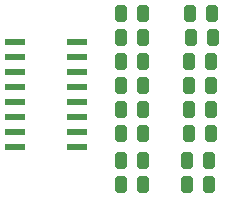
<source format=gbr>
G04 #@! TF.GenerationSoftware,KiCad,Pcbnew,(5.1.2)-2*
G04 #@! TF.CreationDate,2019-10-26T09:12:10-10:00*
G04 #@! TF.ProjectId,74HC595N_smd,37344843-3539-4354-9e5f-736d642e6b69,rev?*
G04 #@! TF.SameCoordinates,Original*
G04 #@! TF.FileFunction,Paste,Top*
G04 #@! TF.FilePolarity,Positive*
%FSLAX46Y46*%
G04 Gerber Fmt 4.6, Leading zero omitted, Abs format (unit mm)*
G04 Created by KiCad (PCBNEW (5.1.2)-2) date 2019-10-26 09:12:10*
%MOMM*%
%LPD*%
G04 APERTURE LIST*
%ADD10C,0.100000*%
%ADD11C,0.975000*%
%ADD12R,1.701800X0.533400*%
G04 APERTURE END LIST*
D10*
G36*
X105169642Y-44005174D02*
G01*
X105193303Y-44008684D01*
X105216507Y-44014496D01*
X105239029Y-44022554D01*
X105260653Y-44032782D01*
X105281170Y-44045079D01*
X105300383Y-44059329D01*
X105318107Y-44075393D01*
X105334171Y-44093117D01*
X105348421Y-44112330D01*
X105360718Y-44132847D01*
X105370946Y-44154471D01*
X105379004Y-44176993D01*
X105384816Y-44200197D01*
X105388326Y-44223858D01*
X105389500Y-44247750D01*
X105389500Y-45160250D01*
X105388326Y-45184142D01*
X105384816Y-45207803D01*
X105379004Y-45231007D01*
X105370946Y-45253529D01*
X105360718Y-45275153D01*
X105348421Y-45295670D01*
X105334171Y-45314883D01*
X105318107Y-45332607D01*
X105300383Y-45348671D01*
X105281170Y-45362921D01*
X105260653Y-45375218D01*
X105239029Y-45385446D01*
X105216507Y-45393504D01*
X105193303Y-45399316D01*
X105169642Y-45402826D01*
X105145750Y-45404000D01*
X104658250Y-45404000D01*
X104634358Y-45402826D01*
X104610697Y-45399316D01*
X104587493Y-45393504D01*
X104564971Y-45385446D01*
X104543347Y-45375218D01*
X104522830Y-45362921D01*
X104503617Y-45348671D01*
X104485893Y-45332607D01*
X104469829Y-45314883D01*
X104455579Y-45295670D01*
X104443282Y-45275153D01*
X104433054Y-45253529D01*
X104424996Y-45231007D01*
X104419184Y-45207803D01*
X104415674Y-45184142D01*
X104414500Y-45160250D01*
X104414500Y-44247750D01*
X104415674Y-44223858D01*
X104419184Y-44200197D01*
X104424996Y-44176993D01*
X104433054Y-44154471D01*
X104443282Y-44132847D01*
X104455579Y-44112330D01*
X104469829Y-44093117D01*
X104485893Y-44075393D01*
X104503617Y-44059329D01*
X104522830Y-44045079D01*
X104543347Y-44032782D01*
X104564971Y-44022554D01*
X104587493Y-44014496D01*
X104610697Y-44008684D01*
X104634358Y-44005174D01*
X104658250Y-44004000D01*
X105145750Y-44004000D01*
X105169642Y-44005174D01*
X105169642Y-44005174D01*
G37*
D11*
X104902000Y-44704000D03*
D10*
G36*
X107044642Y-44005174D02*
G01*
X107068303Y-44008684D01*
X107091507Y-44014496D01*
X107114029Y-44022554D01*
X107135653Y-44032782D01*
X107156170Y-44045079D01*
X107175383Y-44059329D01*
X107193107Y-44075393D01*
X107209171Y-44093117D01*
X107223421Y-44112330D01*
X107235718Y-44132847D01*
X107245946Y-44154471D01*
X107254004Y-44176993D01*
X107259816Y-44200197D01*
X107263326Y-44223858D01*
X107264500Y-44247750D01*
X107264500Y-45160250D01*
X107263326Y-45184142D01*
X107259816Y-45207803D01*
X107254004Y-45231007D01*
X107245946Y-45253529D01*
X107235718Y-45275153D01*
X107223421Y-45295670D01*
X107209171Y-45314883D01*
X107193107Y-45332607D01*
X107175383Y-45348671D01*
X107156170Y-45362921D01*
X107135653Y-45375218D01*
X107114029Y-45385446D01*
X107091507Y-45393504D01*
X107068303Y-45399316D01*
X107044642Y-45402826D01*
X107020750Y-45404000D01*
X106533250Y-45404000D01*
X106509358Y-45402826D01*
X106485697Y-45399316D01*
X106462493Y-45393504D01*
X106439971Y-45385446D01*
X106418347Y-45375218D01*
X106397830Y-45362921D01*
X106378617Y-45348671D01*
X106360893Y-45332607D01*
X106344829Y-45314883D01*
X106330579Y-45295670D01*
X106318282Y-45275153D01*
X106308054Y-45253529D01*
X106299996Y-45231007D01*
X106294184Y-45207803D01*
X106290674Y-45184142D01*
X106289500Y-45160250D01*
X106289500Y-44247750D01*
X106290674Y-44223858D01*
X106294184Y-44200197D01*
X106299996Y-44176993D01*
X106308054Y-44154471D01*
X106318282Y-44132847D01*
X106330579Y-44112330D01*
X106344829Y-44093117D01*
X106360893Y-44075393D01*
X106378617Y-44059329D01*
X106397830Y-44045079D01*
X106418347Y-44032782D01*
X106439971Y-44022554D01*
X106462493Y-44014496D01*
X106485697Y-44008684D01*
X106509358Y-44005174D01*
X106533250Y-44004000D01*
X107020750Y-44004000D01*
X107044642Y-44005174D01*
X107044642Y-44005174D01*
G37*
D11*
X106777000Y-44704000D03*
D10*
G36*
X107044642Y-41973174D02*
G01*
X107068303Y-41976684D01*
X107091507Y-41982496D01*
X107114029Y-41990554D01*
X107135653Y-42000782D01*
X107156170Y-42013079D01*
X107175383Y-42027329D01*
X107193107Y-42043393D01*
X107209171Y-42061117D01*
X107223421Y-42080330D01*
X107235718Y-42100847D01*
X107245946Y-42122471D01*
X107254004Y-42144993D01*
X107259816Y-42168197D01*
X107263326Y-42191858D01*
X107264500Y-42215750D01*
X107264500Y-43128250D01*
X107263326Y-43152142D01*
X107259816Y-43175803D01*
X107254004Y-43199007D01*
X107245946Y-43221529D01*
X107235718Y-43243153D01*
X107223421Y-43263670D01*
X107209171Y-43282883D01*
X107193107Y-43300607D01*
X107175383Y-43316671D01*
X107156170Y-43330921D01*
X107135653Y-43343218D01*
X107114029Y-43353446D01*
X107091507Y-43361504D01*
X107068303Y-43367316D01*
X107044642Y-43370826D01*
X107020750Y-43372000D01*
X106533250Y-43372000D01*
X106509358Y-43370826D01*
X106485697Y-43367316D01*
X106462493Y-43361504D01*
X106439971Y-43353446D01*
X106418347Y-43343218D01*
X106397830Y-43330921D01*
X106378617Y-43316671D01*
X106360893Y-43300607D01*
X106344829Y-43282883D01*
X106330579Y-43263670D01*
X106318282Y-43243153D01*
X106308054Y-43221529D01*
X106299996Y-43199007D01*
X106294184Y-43175803D01*
X106290674Y-43152142D01*
X106289500Y-43128250D01*
X106289500Y-42215750D01*
X106290674Y-42191858D01*
X106294184Y-42168197D01*
X106299996Y-42144993D01*
X106308054Y-42122471D01*
X106318282Y-42100847D01*
X106330579Y-42080330D01*
X106344829Y-42061117D01*
X106360893Y-42043393D01*
X106378617Y-42027329D01*
X106397830Y-42013079D01*
X106418347Y-42000782D01*
X106439971Y-41990554D01*
X106462493Y-41982496D01*
X106485697Y-41976684D01*
X106509358Y-41973174D01*
X106533250Y-41972000D01*
X107020750Y-41972000D01*
X107044642Y-41973174D01*
X107044642Y-41973174D01*
G37*
D11*
X106777000Y-42672000D03*
D10*
G36*
X105169642Y-41973174D02*
G01*
X105193303Y-41976684D01*
X105216507Y-41982496D01*
X105239029Y-41990554D01*
X105260653Y-42000782D01*
X105281170Y-42013079D01*
X105300383Y-42027329D01*
X105318107Y-42043393D01*
X105334171Y-42061117D01*
X105348421Y-42080330D01*
X105360718Y-42100847D01*
X105370946Y-42122471D01*
X105379004Y-42144993D01*
X105384816Y-42168197D01*
X105388326Y-42191858D01*
X105389500Y-42215750D01*
X105389500Y-43128250D01*
X105388326Y-43152142D01*
X105384816Y-43175803D01*
X105379004Y-43199007D01*
X105370946Y-43221529D01*
X105360718Y-43243153D01*
X105348421Y-43263670D01*
X105334171Y-43282883D01*
X105318107Y-43300607D01*
X105300383Y-43316671D01*
X105281170Y-43330921D01*
X105260653Y-43343218D01*
X105239029Y-43353446D01*
X105216507Y-43361504D01*
X105193303Y-43367316D01*
X105169642Y-43370826D01*
X105145750Y-43372000D01*
X104658250Y-43372000D01*
X104634358Y-43370826D01*
X104610697Y-43367316D01*
X104587493Y-43361504D01*
X104564971Y-43353446D01*
X104543347Y-43343218D01*
X104522830Y-43330921D01*
X104503617Y-43316671D01*
X104485893Y-43300607D01*
X104469829Y-43282883D01*
X104455579Y-43263670D01*
X104443282Y-43243153D01*
X104433054Y-43221529D01*
X104424996Y-43199007D01*
X104419184Y-43175803D01*
X104415674Y-43152142D01*
X104414500Y-43128250D01*
X104414500Y-42215750D01*
X104415674Y-42191858D01*
X104419184Y-42168197D01*
X104424996Y-42144993D01*
X104433054Y-42122471D01*
X104443282Y-42100847D01*
X104455579Y-42080330D01*
X104469829Y-42061117D01*
X104485893Y-42043393D01*
X104503617Y-42027329D01*
X104522830Y-42013079D01*
X104543347Y-42000782D01*
X104564971Y-41990554D01*
X104587493Y-41982496D01*
X104610697Y-41976684D01*
X104634358Y-41973174D01*
X104658250Y-41972000D01*
X105145750Y-41972000D01*
X105169642Y-41973174D01*
X105169642Y-41973174D01*
G37*
D11*
X104902000Y-42672000D03*
D10*
G36*
X105326642Y-39687174D02*
G01*
X105350303Y-39690684D01*
X105373507Y-39696496D01*
X105396029Y-39704554D01*
X105417653Y-39714782D01*
X105438170Y-39727079D01*
X105457383Y-39741329D01*
X105475107Y-39757393D01*
X105491171Y-39775117D01*
X105505421Y-39794330D01*
X105517718Y-39814847D01*
X105527946Y-39836471D01*
X105536004Y-39858993D01*
X105541816Y-39882197D01*
X105545326Y-39905858D01*
X105546500Y-39929750D01*
X105546500Y-40842250D01*
X105545326Y-40866142D01*
X105541816Y-40889803D01*
X105536004Y-40913007D01*
X105527946Y-40935529D01*
X105517718Y-40957153D01*
X105505421Y-40977670D01*
X105491171Y-40996883D01*
X105475107Y-41014607D01*
X105457383Y-41030671D01*
X105438170Y-41044921D01*
X105417653Y-41057218D01*
X105396029Y-41067446D01*
X105373507Y-41075504D01*
X105350303Y-41081316D01*
X105326642Y-41084826D01*
X105302750Y-41086000D01*
X104815250Y-41086000D01*
X104791358Y-41084826D01*
X104767697Y-41081316D01*
X104744493Y-41075504D01*
X104721971Y-41067446D01*
X104700347Y-41057218D01*
X104679830Y-41044921D01*
X104660617Y-41030671D01*
X104642893Y-41014607D01*
X104626829Y-40996883D01*
X104612579Y-40977670D01*
X104600282Y-40957153D01*
X104590054Y-40935529D01*
X104581996Y-40913007D01*
X104576184Y-40889803D01*
X104572674Y-40866142D01*
X104571500Y-40842250D01*
X104571500Y-39929750D01*
X104572674Y-39905858D01*
X104576184Y-39882197D01*
X104581996Y-39858993D01*
X104590054Y-39836471D01*
X104600282Y-39814847D01*
X104612579Y-39794330D01*
X104626829Y-39775117D01*
X104642893Y-39757393D01*
X104660617Y-39741329D01*
X104679830Y-39727079D01*
X104700347Y-39714782D01*
X104721971Y-39704554D01*
X104744493Y-39696496D01*
X104767697Y-39690684D01*
X104791358Y-39687174D01*
X104815250Y-39686000D01*
X105302750Y-39686000D01*
X105326642Y-39687174D01*
X105326642Y-39687174D01*
G37*
D11*
X105059000Y-40386000D03*
D10*
G36*
X107201642Y-39687174D02*
G01*
X107225303Y-39690684D01*
X107248507Y-39696496D01*
X107271029Y-39704554D01*
X107292653Y-39714782D01*
X107313170Y-39727079D01*
X107332383Y-39741329D01*
X107350107Y-39757393D01*
X107366171Y-39775117D01*
X107380421Y-39794330D01*
X107392718Y-39814847D01*
X107402946Y-39836471D01*
X107411004Y-39858993D01*
X107416816Y-39882197D01*
X107420326Y-39905858D01*
X107421500Y-39929750D01*
X107421500Y-40842250D01*
X107420326Y-40866142D01*
X107416816Y-40889803D01*
X107411004Y-40913007D01*
X107402946Y-40935529D01*
X107392718Y-40957153D01*
X107380421Y-40977670D01*
X107366171Y-40996883D01*
X107350107Y-41014607D01*
X107332383Y-41030671D01*
X107313170Y-41044921D01*
X107292653Y-41057218D01*
X107271029Y-41067446D01*
X107248507Y-41075504D01*
X107225303Y-41081316D01*
X107201642Y-41084826D01*
X107177750Y-41086000D01*
X106690250Y-41086000D01*
X106666358Y-41084826D01*
X106642697Y-41081316D01*
X106619493Y-41075504D01*
X106596971Y-41067446D01*
X106575347Y-41057218D01*
X106554830Y-41044921D01*
X106535617Y-41030671D01*
X106517893Y-41014607D01*
X106501829Y-40996883D01*
X106487579Y-40977670D01*
X106475282Y-40957153D01*
X106465054Y-40935529D01*
X106456996Y-40913007D01*
X106451184Y-40889803D01*
X106447674Y-40866142D01*
X106446500Y-40842250D01*
X106446500Y-39929750D01*
X106447674Y-39905858D01*
X106451184Y-39882197D01*
X106456996Y-39858993D01*
X106465054Y-39836471D01*
X106475282Y-39814847D01*
X106487579Y-39794330D01*
X106501829Y-39775117D01*
X106517893Y-39757393D01*
X106535617Y-39741329D01*
X106554830Y-39727079D01*
X106575347Y-39714782D01*
X106596971Y-39704554D01*
X106619493Y-39696496D01*
X106642697Y-39690684D01*
X106666358Y-39687174D01*
X106690250Y-39686000D01*
X107177750Y-39686000D01*
X107201642Y-39687174D01*
X107201642Y-39687174D01*
G37*
D11*
X106934000Y-40386000D03*
D10*
G36*
X107201642Y-37655174D02*
G01*
X107225303Y-37658684D01*
X107248507Y-37664496D01*
X107271029Y-37672554D01*
X107292653Y-37682782D01*
X107313170Y-37695079D01*
X107332383Y-37709329D01*
X107350107Y-37725393D01*
X107366171Y-37743117D01*
X107380421Y-37762330D01*
X107392718Y-37782847D01*
X107402946Y-37804471D01*
X107411004Y-37826993D01*
X107416816Y-37850197D01*
X107420326Y-37873858D01*
X107421500Y-37897750D01*
X107421500Y-38810250D01*
X107420326Y-38834142D01*
X107416816Y-38857803D01*
X107411004Y-38881007D01*
X107402946Y-38903529D01*
X107392718Y-38925153D01*
X107380421Y-38945670D01*
X107366171Y-38964883D01*
X107350107Y-38982607D01*
X107332383Y-38998671D01*
X107313170Y-39012921D01*
X107292653Y-39025218D01*
X107271029Y-39035446D01*
X107248507Y-39043504D01*
X107225303Y-39049316D01*
X107201642Y-39052826D01*
X107177750Y-39054000D01*
X106690250Y-39054000D01*
X106666358Y-39052826D01*
X106642697Y-39049316D01*
X106619493Y-39043504D01*
X106596971Y-39035446D01*
X106575347Y-39025218D01*
X106554830Y-39012921D01*
X106535617Y-38998671D01*
X106517893Y-38982607D01*
X106501829Y-38964883D01*
X106487579Y-38945670D01*
X106475282Y-38925153D01*
X106465054Y-38903529D01*
X106456996Y-38881007D01*
X106451184Y-38857803D01*
X106447674Y-38834142D01*
X106446500Y-38810250D01*
X106446500Y-37897750D01*
X106447674Y-37873858D01*
X106451184Y-37850197D01*
X106456996Y-37826993D01*
X106465054Y-37804471D01*
X106475282Y-37782847D01*
X106487579Y-37762330D01*
X106501829Y-37743117D01*
X106517893Y-37725393D01*
X106535617Y-37709329D01*
X106554830Y-37695079D01*
X106575347Y-37682782D01*
X106596971Y-37672554D01*
X106619493Y-37664496D01*
X106642697Y-37658684D01*
X106666358Y-37655174D01*
X106690250Y-37654000D01*
X107177750Y-37654000D01*
X107201642Y-37655174D01*
X107201642Y-37655174D01*
G37*
D11*
X106934000Y-38354000D03*
D10*
G36*
X105326642Y-37655174D02*
G01*
X105350303Y-37658684D01*
X105373507Y-37664496D01*
X105396029Y-37672554D01*
X105417653Y-37682782D01*
X105438170Y-37695079D01*
X105457383Y-37709329D01*
X105475107Y-37725393D01*
X105491171Y-37743117D01*
X105505421Y-37762330D01*
X105517718Y-37782847D01*
X105527946Y-37804471D01*
X105536004Y-37826993D01*
X105541816Y-37850197D01*
X105545326Y-37873858D01*
X105546500Y-37897750D01*
X105546500Y-38810250D01*
X105545326Y-38834142D01*
X105541816Y-38857803D01*
X105536004Y-38881007D01*
X105527946Y-38903529D01*
X105517718Y-38925153D01*
X105505421Y-38945670D01*
X105491171Y-38964883D01*
X105475107Y-38982607D01*
X105457383Y-38998671D01*
X105438170Y-39012921D01*
X105417653Y-39025218D01*
X105396029Y-39035446D01*
X105373507Y-39043504D01*
X105350303Y-39049316D01*
X105326642Y-39052826D01*
X105302750Y-39054000D01*
X104815250Y-39054000D01*
X104791358Y-39052826D01*
X104767697Y-39049316D01*
X104744493Y-39043504D01*
X104721971Y-39035446D01*
X104700347Y-39025218D01*
X104679830Y-39012921D01*
X104660617Y-38998671D01*
X104642893Y-38982607D01*
X104626829Y-38964883D01*
X104612579Y-38945670D01*
X104600282Y-38925153D01*
X104590054Y-38903529D01*
X104581996Y-38881007D01*
X104576184Y-38857803D01*
X104572674Y-38834142D01*
X104571500Y-38810250D01*
X104571500Y-37897750D01*
X104572674Y-37873858D01*
X104576184Y-37850197D01*
X104581996Y-37826993D01*
X104590054Y-37804471D01*
X104600282Y-37782847D01*
X104612579Y-37762330D01*
X104626829Y-37743117D01*
X104642893Y-37725393D01*
X104660617Y-37709329D01*
X104679830Y-37695079D01*
X104700347Y-37682782D01*
X104721971Y-37672554D01*
X104744493Y-37664496D01*
X104767697Y-37658684D01*
X104791358Y-37655174D01*
X104815250Y-37654000D01*
X105302750Y-37654000D01*
X105326642Y-37655174D01*
X105326642Y-37655174D01*
G37*
D11*
X105059000Y-38354000D03*
D10*
G36*
X105326642Y-35623174D02*
G01*
X105350303Y-35626684D01*
X105373507Y-35632496D01*
X105396029Y-35640554D01*
X105417653Y-35650782D01*
X105438170Y-35663079D01*
X105457383Y-35677329D01*
X105475107Y-35693393D01*
X105491171Y-35711117D01*
X105505421Y-35730330D01*
X105517718Y-35750847D01*
X105527946Y-35772471D01*
X105536004Y-35794993D01*
X105541816Y-35818197D01*
X105545326Y-35841858D01*
X105546500Y-35865750D01*
X105546500Y-36778250D01*
X105545326Y-36802142D01*
X105541816Y-36825803D01*
X105536004Y-36849007D01*
X105527946Y-36871529D01*
X105517718Y-36893153D01*
X105505421Y-36913670D01*
X105491171Y-36932883D01*
X105475107Y-36950607D01*
X105457383Y-36966671D01*
X105438170Y-36980921D01*
X105417653Y-36993218D01*
X105396029Y-37003446D01*
X105373507Y-37011504D01*
X105350303Y-37017316D01*
X105326642Y-37020826D01*
X105302750Y-37022000D01*
X104815250Y-37022000D01*
X104791358Y-37020826D01*
X104767697Y-37017316D01*
X104744493Y-37011504D01*
X104721971Y-37003446D01*
X104700347Y-36993218D01*
X104679830Y-36980921D01*
X104660617Y-36966671D01*
X104642893Y-36950607D01*
X104626829Y-36932883D01*
X104612579Y-36913670D01*
X104600282Y-36893153D01*
X104590054Y-36871529D01*
X104581996Y-36849007D01*
X104576184Y-36825803D01*
X104572674Y-36802142D01*
X104571500Y-36778250D01*
X104571500Y-35865750D01*
X104572674Y-35841858D01*
X104576184Y-35818197D01*
X104581996Y-35794993D01*
X104590054Y-35772471D01*
X104600282Y-35750847D01*
X104612579Y-35730330D01*
X104626829Y-35711117D01*
X104642893Y-35693393D01*
X104660617Y-35677329D01*
X104679830Y-35663079D01*
X104700347Y-35650782D01*
X104721971Y-35640554D01*
X104744493Y-35632496D01*
X104767697Y-35626684D01*
X104791358Y-35623174D01*
X104815250Y-35622000D01*
X105302750Y-35622000D01*
X105326642Y-35623174D01*
X105326642Y-35623174D01*
G37*
D11*
X105059000Y-36322000D03*
D10*
G36*
X107201642Y-35623174D02*
G01*
X107225303Y-35626684D01*
X107248507Y-35632496D01*
X107271029Y-35640554D01*
X107292653Y-35650782D01*
X107313170Y-35663079D01*
X107332383Y-35677329D01*
X107350107Y-35693393D01*
X107366171Y-35711117D01*
X107380421Y-35730330D01*
X107392718Y-35750847D01*
X107402946Y-35772471D01*
X107411004Y-35794993D01*
X107416816Y-35818197D01*
X107420326Y-35841858D01*
X107421500Y-35865750D01*
X107421500Y-36778250D01*
X107420326Y-36802142D01*
X107416816Y-36825803D01*
X107411004Y-36849007D01*
X107402946Y-36871529D01*
X107392718Y-36893153D01*
X107380421Y-36913670D01*
X107366171Y-36932883D01*
X107350107Y-36950607D01*
X107332383Y-36966671D01*
X107313170Y-36980921D01*
X107292653Y-36993218D01*
X107271029Y-37003446D01*
X107248507Y-37011504D01*
X107225303Y-37017316D01*
X107201642Y-37020826D01*
X107177750Y-37022000D01*
X106690250Y-37022000D01*
X106666358Y-37020826D01*
X106642697Y-37017316D01*
X106619493Y-37011504D01*
X106596971Y-37003446D01*
X106575347Y-36993218D01*
X106554830Y-36980921D01*
X106535617Y-36966671D01*
X106517893Y-36950607D01*
X106501829Y-36932883D01*
X106487579Y-36913670D01*
X106475282Y-36893153D01*
X106465054Y-36871529D01*
X106456996Y-36849007D01*
X106451184Y-36825803D01*
X106447674Y-36802142D01*
X106446500Y-36778250D01*
X106446500Y-35865750D01*
X106447674Y-35841858D01*
X106451184Y-35818197D01*
X106456996Y-35794993D01*
X106465054Y-35772471D01*
X106475282Y-35750847D01*
X106487579Y-35730330D01*
X106501829Y-35711117D01*
X106517893Y-35693393D01*
X106535617Y-35677329D01*
X106554830Y-35663079D01*
X106575347Y-35650782D01*
X106596971Y-35640554D01*
X106619493Y-35632496D01*
X106642697Y-35626684D01*
X106666358Y-35623174D01*
X106690250Y-35622000D01*
X107177750Y-35622000D01*
X107201642Y-35623174D01*
X107201642Y-35623174D01*
G37*
D11*
X106934000Y-36322000D03*
D10*
G36*
X107201642Y-33591174D02*
G01*
X107225303Y-33594684D01*
X107248507Y-33600496D01*
X107271029Y-33608554D01*
X107292653Y-33618782D01*
X107313170Y-33631079D01*
X107332383Y-33645329D01*
X107350107Y-33661393D01*
X107366171Y-33679117D01*
X107380421Y-33698330D01*
X107392718Y-33718847D01*
X107402946Y-33740471D01*
X107411004Y-33762993D01*
X107416816Y-33786197D01*
X107420326Y-33809858D01*
X107421500Y-33833750D01*
X107421500Y-34746250D01*
X107420326Y-34770142D01*
X107416816Y-34793803D01*
X107411004Y-34817007D01*
X107402946Y-34839529D01*
X107392718Y-34861153D01*
X107380421Y-34881670D01*
X107366171Y-34900883D01*
X107350107Y-34918607D01*
X107332383Y-34934671D01*
X107313170Y-34948921D01*
X107292653Y-34961218D01*
X107271029Y-34971446D01*
X107248507Y-34979504D01*
X107225303Y-34985316D01*
X107201642Y-34988826D01*
X107177750Y-34990000D01*
X106690250Y-34990000D01*
X106666358Y-34988826D01*
X106642697Y-34985316D01*
X106619493Y-34979504D01*
X106596971Y-34971446D01*
X106575347Y-34961218D01*
X106554830Y-34948921D01*
X106535617Y-34934671D01*
X106517893Y-34918607D01*
X106501829Y-34900883D01*
X106487579Y-34881670D01*
X106475282Y-34861153D01*
X106465054Y-34839529D01*
X106456996Y-34817007D01*
X106451184Y-34793803D01*
X106447674Y-34770142D01*
X106446500Y-34746250D01*
X106446500Y-33833750D01*
X106447674Y-33809858D01*
X106451184Y-33786197D01*
X106456996Y-33762993D01*
X106465054Y-33740471D01*
X106475282Y-33718847D01*
X106487579Y-33698330D01*
X106501829Y-33679117D01*
X106517893Y-33661393D01*
X106535617Y-33645329D01*
X106554830Y-33631079D01*
X106575347Y-33618782D01*
X106596971Y-33608554D01*
X106619493Y-33600496D01*
X106642697Y-33594684D01*
X106666358Y-33591174D01*
X106690250Y-33590000D01*
X107177750Y-33590000D01*
X107201642Y-33591174D01*
X107201642Y-33591174D01*
G37*
D11*
X106934000Y-34290000D03*
D10*
G36*
X105326642Y-33591174D02*
G01*
X105350303Y-33594684D01*
X105373507Y-33600496D01*
X105396029Y-33608554D01*
X105417653Y-33618782D01*
X105438170Y-33631079D01*
X105457383Y-33645329D01*
X105475107Y-33661393D01*
X105491171Y-33679117D01*
X105505421Y-33698330D01*
X105517718Y-33718847D01*
X105527946Y-33740471D01*
X105536004Y-33762993D01*
X105541816Y-33786197D01*
X105545326Y-33809858D01*
X105546500Y-33833750D01*
X105546500Y-34746250D01*
X105545326Y-34770142D01*
X105541816Y-34793803D01*
X105536004Y-34817007D01*
X105527946Y-34839529D01*
X105517718Y-34861153D01*
X105505421Y-34881670D01*
X105491171Y-34900883D01*
X105475107Y-34918607D01*
X105457383Y-34934671D01*
X105438170Y-34948921D01*
X105417653Y-34961218D01*
X105396029Y-34971446D01*
X105373507Y-34979504D01*
X105350303Y-34985316D01*
X105326642Y-34988826D01*
X105302750Y-34990000D01*
X104815250Y-34990000D01*
X104791358Y-34988826D01*
X104767697Y-34985316D01*
X104744493Y-34979504D01*
X104721971Y-34971446D01*
X104700347Y-34961218D01*
X104679830Y-34948921D01*
X104660617Y-34934671D01*
X104642893Y-34918607D01*
X104626829Y-34900883D01*
X104612579Y-34881670D01*
X104600282Y-34861153D01*
X104590054Y-34839529D01*
X104581996Y-34817007D01*
X104576184Y-34793803D01*
X104572674Y-34770142D01*
X104571500Y-34746250D01*
X104571500Y-33833750D01*
X104572674Y-33809858D01*
X104576184Y-33786197D01*
X104581996Y-33762993D01*
X104590054Y-33740471D01*
X104600282Y-33718847D01*
X104612579Y-33698330D01*
X104626829Y-33679117D01*
X104642893Y-33661393D01*
X104660617Y-33645329D01*
X104679830Y-33631079D01*
X104700347Y-33618782D01*
X104721971Y-33608554D01*
X104744493Y-33600496D01*
X104767697Y-33594684D01*
X104791358Y-33591174D01*
X104815250Y-33590000D01*
X105302750Y-33590000D01*
X105326642Y-33591174D01*
X105326642Y-33591174D01*
G37*
D11*
X105059000Y-34290000D03*
D10*
G36*
X105502142Y-31559174D02*
G01*
X105525803Y-31562684D01*
X105549007Y-31568496D01*
X105571529Y-31576554D01*
X105593153Y-31586782D01*
X105613670Y-31599079D01*
X105632883Y-31613329D01*
X105650607Y-31629393D01*
X105666671Y-31647117D01*
X105680921Y-31666330D01*
X105693218Y-31686847D01*
X105703446Y-31708471D01*
X105711504Y-31730993D01*
X105717316Y-31754197D01*
X105720826Y-31777858D01*
X105722000Y-31801750D01*
X105722000Y-32714250D01*
X105720826Y-32738142D01*
X105717316Y-32761803D01*
X105711504Y-32785007D01*
X105703446Y-32807529D01*
X105693218Y-32829153D01*
X105680921Y-32849670D01*
X105666671Y-32868883D01*
X105650607Y-32886607D01*
X105632883Y-32902671D01*
X105613670Y-32916921D01*
X105593153Y-32929218D01*
X105571529Y-32939446D01*
X105549007Y-32947504D01*
X105525803Y-32953316D01*
X105502142Y-32956826D01*
X105478250Y-32958000D01*
X104990750Y-32958000D01*
X104966858Y-32956826D01*
X104943197Y-32953316D01*
X104919993Y-32947504D01*
X104897471Y-32939446D01*
X104875847Y-32929218D01*
X104855330Y-32916921D01*
X104836117Y-32902671D01*
X104818393Y-32886607D01*
X104802329Y-32868883D01*
X104788079Y-32849670D01*
X104775782Y-32829153D01*
X104765554Y-32807529D01*
X104757496Y-32785007D01*
X104751684Y-32761803D01*
X104748174Y-32738142D01*
X104747000Y-32714250D01*
X104747000Y-31801750D01*
X104748174Y-31777858D01*
X104751684Y-31754197D01*
X104757496Y-31730993D01*
X104765554Y-31708471D01*
X104775782Y-31686847D01*
X104788079Y-31666330D01*
X104802329Y-31647117D01*
X104818393Y-31629393D01*
X104836117Y-31613329D01*
X104855330Y-31599079D01*
X104875847Y-31586782D01*
X104897471Y-31576554D01*
X104919993Y-31568496D01*
X104943197Y-31562684D01*
X104966858Y-31559174D01*
X104990750Y-31558000D01*
X105478250Y-31558000D01*
X105502142Y-31559174D01*
X105502142Y-31559174D01*
G37*
D11*
X105234500Y-32258000D03*
D10*
G36*
X107377142Y-31559174D02*
G01*
X107400803Y-31562684D01*
X107424007Y-31568496D01*
X107446529Y-31576554D01*
X107468153Y-31586782D01*
X107488670Y-31599079D01*
X107507883Y-31613329D01*
X107525607Y-31629393D01*
X107541671Y-31647117D01*
X107555921Y-31666330D01*
X107568218Y-31686847D01*
X107578446Y-31708471D01*
X107586504Y-31730993D01*
X107592316Y-31754197D01*
X107595826Y-31777858D01*
X107597000Y-31801750D01*
X107597000Y-32714250D01*
X107595826Y-32738142D01*
X107592316Y-32761803D01*
X107586504Y-32785007D01*
X107578446Y-32807529D01*
X107568218Y-32829153D01*
X107555921Y-32849670D01*
X107541671Y-32868883D01*
X107525607Y-32886607D01*
X107507883Y-32902671D01*
X107488670Y-32916921D01*
X107468153Y-32929218D01*
X107446529Y-32939446D01*
X107424007Y-32947504D01*
X107400803Y-32953316D01*
X107377142Y-32956826D01*
X107353250Y-32958000D01*
X106865750Y-32958000D01*
X106841858Y-32956826D01*
X106818197Y-32953316D01*
X106794993Y-32947504D01*
X106772471Y-32939446D01*
X106750847Y-32929218D01*
X106730330Y-32916921D01*
X106711117Y-32902671D01*
X106693393Y-32886607D01*
X106677329Y-32868883D01*
X106663079Y-32849670D01*
X106650782Y-32829153D01*
X106640554Y-32807529D01*
X106632496Y-32785007D01*
X106626684Y-32761803D01*
X106623174Y-32738142D01*
X106622000Y-32714250D01*
X106622000Y-31801750D01*
X106623174Y-31777858D01*
X106626684Y-31754197D01*
X106632496Y-31730993D01*
X106640554Y-31708471D01*
X106650782Y-31686847D01*
X106663079Y-31666330D01*
X106677329Y-31647117D01*
X106693393Y-31629393D01*
X106711117Y-31613329D01*
X106730330Y-31599079D01*
X106750847Y-31586782D01*
X106772471Y-31576554D01*
X106794993Y-31568496D01*
X106818197Y-31562684D01*
X106841858Y-31559174D01*
X106865750Y-31558000D01*
X107353250Y-31558000D01*
X107377142Y-31559174D01*
X107377142Y-31559174D01*
G37*
D11*
X107109500Y-32258000D03*
D10*
G36*
X107298642Y-29527174D02*
G01*
X107322303Y-29530684D01*
X107345507Y-29536496D01*
X107368029Y-29544554D01*
X107389653Y-29554782D01*
X107410170Y-29567079D01*
X107429383Y-29581329D01*
X107447107Y-29597393D01*
X107463171Y-29615117D01*
X107477421Y-29634330D01*
X107489718Y-29654847D01*
X107499946Y-29676471D01*
X107508004Y-29698993D01*
X107513816Y-29722197D01*
X107517326Y-29745858D01*
X107518500Y-29769750D01*
X107518500Y-30682250D01*
X107517326Y-30706142D01*
X107513816Y-30729803D01*
X107508004Y-30753007D01*
X107499946Y-30775529D01*
X107489718Y-30797153D01*
X107477421Y-30817670D01*
X107463171Y-30836883D01*
X107447107Y-30854607D01*
X107429383Y-30870671D01*
X107410170Y-30884921D01*
X107389653Y-30897218D01*
X107368029Y-30907446D01*
X107345507Y-30915504D01*
X107322303Y-30921316D01*
X107298642Y-30924826D01*
X107274750Y-30926000D01*
X106787250Y-30926000D01*
X106763358Y-30924826D01*
X106739697Y-30921316D01*
X106716493Y-30915504D01*
X106693971Y-30907446D01*
X106672347Y-30897218D01*
X106651830Y-30884921D01*
X106632617Y-30870671D01*
X106614893Y-30854607D01*
X106598829Y-30836883D01*
X106584579Y-30817670D01*
X106572282Y-30797153D01*
X106562054Y-30775529D01*
X106553996Y-30753007D01*
X106548184Y-30729803D01*
X106544674Y-30706142D01*
X106543500Y-30682250D01*
X106543500Y-29769750D01*
X106544674Y-29745858D01*
X106548184Y-29722197D01*
X106553996Y-29698993D01*
X106562054Y-29676471D01*
X106572282Y-29654847D01*
X106584579Y-29634330D01*
X106598829Y-29615117D01*
X106614893Y-29597393D01*
X106632617Y-29581329D01*
X106651830Y-29567079D01*
X106672347Y-29554782D01*
X106693971Y-29544554D01*
X106716493Y-29536496D01*
X106739697Y-29530684D01*
X106763358Y-29527174D01*
X106787250Y-29526000D01*
X107274750Y-29526000D01*
X107298642Y-29527174D01*
X107298642Y-29527174D01*
G37*
D11*
X107031000Y-30226000D03*
D10*
G36*
X105423642Y-29527174D02*
G01*
X105447303Y-29530684D01*
X105470507Y-29536496D01*
X105493029Y-29544554D01*
X105514653Y-29554782D01*
X105535170Y-29567079D01*
X105554383Y-29581329D01*
X105572107Y-29597393D01*
X105588171Y-29615117D01*
X105602421Y-29634330D01*
X105614718Y-29654847D01*
X105624946Y-29676471D01*
X105633004Y-29698993D01*
X105638816Y-29722197D01*
X105642326Y-29745858D01*
X105643500Y-29769750D01*
X105643500Y-30682250D01*
X105642326Y-30706142D01*
X105638816Y-30729803D01*
X105633004Y-30753007D01*
X105624946Y-30775529D01*
X105614718Y-30797153D01*
X105602421Y-30817670D01*
X105588171Y-30836883D01*
X105572107Y-30854607D01*
X105554383Y-30870671D01*
X105535170Y-30884921D01*
X105514653Y-30897218D01*
X105493029Y-30907446D01*
X105470507Y-30915504D01*
X105447303Y-30921316D01*
X105423642Y-30924826D01*
X105399750Y-30926000D01*
X104912250Y-30926000D01*
X104888358Y-30924826D01*
X104864697Y-30921316D01*
X104841493Y-30915504D01*
X104818971Y-30907446D01*
X104797347Y-30897218D01*
X104776830Y-30884921D01*
X104757617Y-30870671D01*
X104739893Y-30854607D01*
X104723829Y-30836883D01*
X104709579Y-30817670D01*
X104697282Y-30797153D01*
X104687054Y-30775529D01*
X104678996Y-30753007D01*
X104673184Y-30729803D01*
X104669674Y-30706142D01*
X104668500Y-30682250D01*
X104668500Y-29769750D01*
X104669674Y-29745858D01*
X104673184Y-29722197D01*
X104678996Y-29698993D01*
X104687054Y-29676471D01*
X104697282Y-29654847D01*
X104709579Y-29634330D01*
X104723829Y-29615117D01*
X104739893Y-29597393D01*
X104757617Y-29581329D01*
X104776830Y-29567079D01*
X104797347Y-29554782D01*
X104818971Y-29544554D01*
X104841493Y-29536496D01*
X104864697Y-29530684D01*
X104888358Y-29527174D01*
X104912250Y-29526000D01*
X105399750Y-29526000D01*
X105423642Y-29527174D01*
X105423642Y-29527174D01*
G37*
D11*
X105156000Y-30226000D03*
D10*
G36*
X101456642Y-44005174D02*
G01*
X101480303Y-44008684D01*
X101503507Y-44014496D01*
X101526029Y-44022554D01*
X101547653Y-44032782D01*
X101568170Y-44045079D01*
X101587383Y-44059329D01*
X101605107Y-44075393D01*
X101621171Y-44093117D01*
X101635421Y-44112330D01*
X101647718Y-44132847D01*
X101657946Y-44154471D01*
X101666004Y-44176993D01*
X101671816Y-44200197D01*
X101675326Y-44223858D01*
X101676500Y-44247750D01*
X101676500Y-45160250D01*
X101675326Y-45184142D01*
X101671816Y-45207803D01*
X101666004Y-45231007D01*
X101657946Y-45253529D01*
X101647718Y-45275153D01*
X101635421Y-45295670D01*
X101621171Y-45314883D01*
X101605107Y-45332607D01*
X101587383Y-45348671D01*
X101568170Y-45362921D01*
X101547653Y-45375218D01*
X101526029Y-45385446D01*
X101503507Y-45393504D01*
X101480303Y-45399316D01*
X101456642Y-45402826D01*
X101432750Y-45404000D01*
X100945250Y-45404000D01*
X100921358Y-45402826D01*
X100897697Y-45399316D01*
X100874493Y-45393504D01*
X100851971Y-45385446D01*
X100830347Y-45375218D01*
X100809830Y-45362921D01*
X100790617Y-45348671D01*
X100772893Y-45332607D01*
X100756829Y-45314883D01*
X100742579Y-45295670D01*
X100730282Y-45275153D01*
X100720054Y-45253529D01*
X100711996Y-45231007D01*
X100706184Y-45207803D01*
X100702674Y-45184142D01*
X100701500Y-45160250D01*
X100701500Y-44247750D01*
X100702674Y-44223858D01*
X100706184Y-44200197D01*
X100711996Y-44176993D01*
X100720054Y-44154471D01*
X100730282Y-44132847D01*
X100742579Y-44112330D01*
X100756829Y-44093117D01*
X100772893Y-44075393D01*
X100790617Y-44059329D01*
X100809830Y-44045079D01*
X100830347Y-44032782D01*
X100851971Y-44022554D01*
X100874493Y-44014496D01*
X100897697Y-44008684D01*
X100921358Y-44005174D01*
X100945250Y-44004000D01*
X101432750Y-44004000D01*
X101456642Y-44005174D01*
X101456642Y-44005174D01*
G37*
D11*
X101189000Y-44704000D03*
D10*
G36*
X99581642Y-44005174D02*
G01*
X99605303Y-44008684D01*
X99628507Y-44014496D01*
X99651029Y-44022554D01*
X99672653Y-44032782D01*
X99693170Y-44045079D01*
X99712383Y-44059329D01*
X99730107Y-44075393D01*
X99746171Y-44093117D01*
X99760421Y-44112330D01*
X99772718Y-44132847D01*
X99782946Y-44154471D01*
X99791004Y-44176993D01*
X99796816Y-44200197D01*
X99800326Y-44223858D01*
X99801500Y-44247750D01*
X99801500Y-45160250D01*
X99800326Y-45184142D01*
X99796816Y-45207803D01*
X99791004Y-45231007D01*
X99782946Y-45253529D01*
X99772718Y-45275153D01*
X99760421Y-45295670D01*
X99746171Y-45314883D01*
X99730107Y-45332607D01*
X99712383Y-45348671D01*
X99693170Y-45362921D01*
X99672653Y-45375218D01*
X99651029Y-45385446D01*
X99628507Y-45393504D01*
X99605303Y-45399316D01*
X99581642Y-45402826D01*
X99557750Y-45404000D01*
X99070250Y-45404000D01*
X99046358Y-45402826D01*
X99022697Y-45399316D01*
X98999493Y-45393504D01*
X98976971Y-45385446D01*
X98955347Y-45375218D01*
X98934830Y-45362921D01*
X98915617Y-45348671D01*
X98897893Y-45332607D01*
X98881829Y-45314883D01*
X98867579Y-45295670D01*
X98855282Y-45275153D01*
X98845054Y-45253529D01*
X98836996Y-45231007D01*
X98831184Y-45207803D01*
X98827674Y-45184142D01*
X98826500Y-45160250D01*
X98826500Y-44247750D01*
X98827674Y-44223858D01*
X98831184Y-44200197D01*
X98836996Y-44176993D01*
X98845054Y-44154471D01*
X98855282Y-44132847D01*
X98867579Y-44112330D01*
X98881829Y-44093117D01*
X98897893Y-44075393D01*
X98915617Y-44059329D01*
X98934830Y-44045079D01*
X98955347Y-44032782D01*
X98976971Y-44022554D01*
X98999493Y-44014496D01*
X99022697Y-44008684D01*
X99046358Y-44005174D01*
X99070250Y-44004000D01*
X99557750Y-44004000D01*
X99581642Y-44005174D01*
X99581642Y-44005174D01*
G37*
D11*
X99314000Y-44704000D03*
D10*
G36*
X99581642Y-41973174D02*
G01*
X99605303Y-41976684D01*
X99628507Y-41982496D01*
X99651029Y-41990554D01*
X99672653Y-42000782D01*
X99693170Y-42013079D01*
X99712383Y-42027329D01*
X99730107Y-42043393D01*
X99746171Y-42061117D01*
X99760421Y-42080330D01*
X99772718Y-42100847D01*
X99782946Y-42122471D01*
X99791004Y-42144993D01*
X99796816Y-42168197D01*
X99800326Y-42191858D01*
X99801500Y-42215750D01*
X99801500Y-43128250D01*
X99800326Y-43152142D01*
X99796816Y-43175803D01*
X99791004Y-43199007D01*
X99782946Y-43221529D01*
X99772718Y-43243153D01*
X99760421Y-43263670D01*
X99746171Y-43282883D01*
X99730107Y-43300607D01*
X99712383Y-43316671D01*
X99693170Y-43330921D01*
X99672653Y-43343218D01*
X99651029Y-43353446D01*
X99628507Y-43361504D01*
X99605303Y-43367316D01*
X99581642Y-43370826D01*
X99557750Y-43372000D01*
X99070250Y-43372000D01*
X99046358Y-43370826D01*
X99022697Y-43367316D01*
X98999493Y-43361504D01*
X98976971Y-43353446D01*
X98955347Y-43343218D01*
X98934830Y-43330921D01*
X98915617Y-43316671D01*
X98897893Y-43300607D01*
X98881829Y-43282883D01*
X98867579Y-43263670D01*
X98855282Y-43243153D01*
X98845054Y-43221529D01*
X98836996Y-43199007D01*
X98831184Y-43175803D01*
X98827674Y-43152142D01*
X98826500Y-43128250D01*
X98826500Y-42215750D01*
X98827674Y-42191858D01*
X98831184Y-42168197D01*
X98836996Y-42144993D01*
X98845054Y-42122471D01*
X98855282Y-42100847D01*
X98867579Y-42080330D01*
X98881829Y-42061117D01*
X98897893Y-42043393D01*
X98915617Y-42027329D01*
X98934830Y-42013079D01*
X98955347Y-42000782D01*
X98976971Y-41990554D01*
X98999493Y-41982496D01*
X99022697Y-41976684D01*
X99046358Y-41973174D01*
X99070250Y-41972000D01*
X99557750Y-41972000D01*
X99581642Y-41973174D01*
X99581642Y-41973174D01*
G37*
D11*
X99314000Y-42672000D03*
D10*
G36*
X101456642Y-41973174D02*
G01*
X101480303Y-41976684D01*
X101503507Y-41982496D01*
X101526029Y-41990554D01*
X101547653Y-42000782D01*
X101568170Y-42013079D01*
X101587383Y-42027329D01*
X101605107Y-42043393D01*
X101621171Y-42061117D01*
X101635421Y-42080330D01*
X101647718Y-42100847D01*
X101657946Y-42122471D01*
X101666004Y-42144993D01*
X101671816Y-42168197D01*
X101675326Y-42191858D01*
X101676500Y-42215750D01*
X101676500Y-43128250D01*
X101675326Y-43152142D01*
X101671816Y-43175803D01*
X101666004Y-43199007D01*
X101657946Y-43221529D01*
X101647718Y-43243153D01*
X101635421Y-43263670D01*
X101621171Y-43282883D01*
X101605107Y-43300607D01*
X101587383Y-43316671D01*
X101568170Y-43330921D01*
X101547653Y-43343218D01*
X101526029Y-43353446D01*
X101503507Y-43361504D01*
X101480303Y-43367316D01*
X101456642Y-43370826D01*
X101432750Y-43372000D01*
X100945250Y-43372000D01*
X100921358Y-43370826D01*
X100897697Y-43367316D01*
X100874493Y-43361504D01*
X100851971Y-43353446D01*
X100830347Y-43343218D01*
X100809830Y-43330921D01*
X100790617Y-43316671D01*
X100772893Y-43300607D01*
X100756829Y-43282883D01*
X100742579Y-43263670D01*
X100730282Y-43243153D01*
X100720054Y-43221529D01*
X100711996Y-43199007D01*
X100706184Y-43175803D01*
X100702674Y-43152142D01*
X100701500Y-43128250D01*
X100701500Y-42215750D01*
X100702674Y-42191858D01*
X100706184Y-42168197D01*
X100711996Y-42144993D01*
X100720054Y-42122471D01*
X100730282Y-42100847D01*
X100742579Y-42080330D01*
X100756829Y-42061117D01*
X100772893Y-42043393D01*
X100790617Y-42027329D01*
X100809830Y-42013079D01*
X100830347Y-42000782D01*
X100851971Y-41990554D01*
X100874493Y-41982496D01*
X100897697Y-41976684D01*
X100921358Y-41973174D01*
X100945250Y-41972000D01*
X101432750Y-41972000D01*
X101456642Y-41973174D01*
X101456642Y-41973174D01*
G37*
D11*
X101189000Y-42672000D03*
D10*
G36*
X101456642Y-39687174D02*
G01*
X101480303Y-39690684D01*
X101503507Y-39696496D01*
X101526029Y-39704554D01*
X101547653Y-39714782D01*
X101568170Y-39727079D01*
X101587383Y-39741329D01*
X101605107Y-39757393D01*
X101621171Y-39775117D01*
X101635421Y-39794330D01*
X101647718Y-39814847D01*
X101657946Y-39836471D01*
X101666004Y-39858993D01*
X101671816Y-39882197D01*
X101675326Y-39905858D01*
X101676500Y-39929750D01*
X101676500Y-40842250D01*
X101675326Y-40866142D01*
X101671816Y-40889803D01*
X101666004Y-40913007D01*
X101657946Y-40935529D01*
X101647718Y-40957153D01*
X101635421Y-40977670D01*
X101621171Y-40996883D01*
X101605107Y-41014607D01*
X101587383Y-41030671D01*
X101568170Y-41044921D01*
X101547653Y-41057218D01*
X101526029Y-41067446D01*
X101503507Y-41075504D01*
X101480303Y-41081316D01*
X101456642Y-41084826D01*
X101432750Y-41086000D01*
X100945250Y-41086000D01*
X100921358Y-41084826D01*
X100897697Y-41081316D01*
X100874493Y-41075504D01*
X100851971Y-41067446D01*
X100830347Y-41057218D01*
X100809830Y-41044921D01*
X100790617Y-41030671D01*
X100772893Y-41014607D01*
X100756829Y-40996883D01*
X100742579Y-40977670D01*
X100730282Y-40957153D01*
X100720054Y-40935529D01*
X100711996Y-40913007D01*
X100706184Y-40889803D01*
X100702674Y-40866142D01*
X100701500Y-40842250D01*
X100701500Y-39929750D01*
X100702674Y-39905858D01*
X100706184Y-39882197D01*
X100711996Y-39858993D01*
X100720054Y-39836471D01*
X100730282Y-39814847D01*
X100742579Y-39794330D01*
X100756829Y-39775117D01*
X100772893Y-39757393D01*
X100790617Y-39741329D01*
X100809830Y-39727079D01*
X100830347Y-39714782D01*
X100851971Y-39704554D01*
X100874493Y-39696496D01*
X100897697Y-39690684D01*
X100921358Y-39687174D01*
X100945250Y-39686000D01*
X101432750Y-39686000D01*
X101456642Y-39687174D01*
X101456642Y-39687174D01*
G37*
D11*
X101189000Y-40386000D03*
D10*
G36*
X99581642Y-39687174D02*
G01*
X99605303Y-39690684D01*
X99628507Y-39696496D01*
X99651029Y-39704554D01*
X99672653Y-39714782D01*
X99693170Y-39727079D01*
X99712383Y-39741329D01*
X99730107Y-39757393D01*
X99746171Y-39775117D01*
X99760421Y-39794330D01*
X99772718Y-39814847D01*
X99782946Y-39836471D01*
X99791004Y-39858993D01*
X99796816Y-39882197D01*
X99800326Y-39905858D01*
X99801500Y-39929750D01*
X99801500Y-40842250D01*
X99800326Y-40866142D01*
X99796816Y-40889803D01*
X99791004Y-40913007D01*
X99782946Y-40935529D01*
X99772718Y-40957153D01*
X99760421Y-40977670D01*
X99746171Y-40996883D01*
X99730107Y-41014607D01*
X99712383Y-41030671D01*
X99693170Y-41044921D01*
X99672653Y-41057218D01*
X99651029Y-41067446D01*
X99628507Y-41075504D01*
X99605303Y-41081316D01*
X99581642Y-41084826D01*
X99557750Y-41086000D01*
X99070250Y-41086000D01*
X99046358Y-41084826D01*
X99022697Y-41081316D01*
X98999493Y-41075504D01*
X98976971Y-41067446D01*
X98955347Y-41057218D01*
X98934830Y-41044921D01*
X98915617Y-41030671D01*
X98897893Y-41014607D01*
X98881829Y-40996883D01*
X98867579Y-40977670D01*
X98855282Y-40957153D01*
X98845054Y-40935529D01*
X98836996Y-40913007D01*
X98831184Y-40889803D01*
X98827674Y-40866142D01*
X98826500Y-40842250D01*
X98826500Y-39929750D01*
X98827674Y-39905858D01*
X98831184Y-39882197D01*
X98836996Y-39858993D01*
X98845054Y-39836471D01*
X98855282Y-39814847D01*
X98867579Y-39794330D01*
X98881829Y-39775117D01*
X98897893Y-39757393D01*
X98915617Y-39741329D01*
X98934830Y-39727079D01*
X98955347Y-39714782D01*
X98976971Y-39704554D01*
X98999493Y-39696496D01*
X99022697Y-39690684D01*
X99046358Y-39687174D01*
X99070250Y-39686000D01*
X99557750Y-39686000D01*
X99581642Y-39687174D01*
X99581642Y-39687174D01*
G37*
D11*
X99314000Y-40386000D03*
D10*
G36*
X99581642Y-37655174D02*
G01*
X99605303Y-37658684D01*
X99628507Y-37664496D01*
X99651029Y-37672554D01*
X99672653Y-37682782D01*
X99693170Y-37695079D01*
X99712383Y-37709329D01*
X99730107Y-37725393D01*
X99746171Y-37743117D01*
X99760421Y-37762330D01*
X99772718Y-37782847D01*
X99782946Y-37804471D01*
X99791004Y-37826993D01*
X99796816Y-37850197D01*
X99800326Y-37873858D01*
X99801500Y-37897750D01*
X99801500Y-38810250D01*
X99800326Y-38834142D01*
X99796816Y-38857803D01*
X99791004Y-38881007D01*
X99782946Y-38903529D01*
X99772718Y-38925153D01*
X99760421Y-38945670D01*
X99746171Y-38964883D01*
X99730107Y-38982607D01*
X99712383Y-38998671D01*
X99693170Y-39012921D01*
X99672653Y-39025218D01*
X99651029Y-39035446D01*
X99628507Y-39043504D01*
X99605303Y-39049316D01*
X99581642Y-39052826D01*
X99557750Y-39054000D01*
X99070250Y-39054000D01*
X99046358Y-39052826D01*
X99022697Y-39049316D01*
X98999493Y-39043504D01*
X98976971Y-39035446D01*
X98955347Y-39025218D01*
X98934830Y-39012921D01*
X98915617Y-38998671D01*
X98897893Y-38982607D01*
X98881829Y-38964883D01*
X98867579Y-38945670D01*
X98855282Y-38925153D01*
X98845054Y-38903529D01*
X98836996Y-38881007D01*
X98831184Y-38857803D01*
X98827674Y-38834142D01*
X98826500Y-38810250D01*
X98826500Y-37897750D01*
X98827674Y-37873858D01*
X98831184Y-37850197D01*
X98836996Y-37826993D01*
X98845054Y-37804471D01*
X98855282Y-37782847D01*
X98867579Y-37762330D01*
X98881829Y-37743117D01*
X98897893Y-37725393D01*
X98915617Y-37709329D01*
X98934830Y-37695079D01*
X98955347Y-37682782D01*
X98976971Y-37672554D01*
X98999493Y-37664496D01*
X99022697Y-37658684D01*
X99046358Y-37655174D01*
X99070250Y-37654000D01*
X99557750Y-37654000D01*
X99581642Y-37655174D01*
X99581642Y-37655174D01*
G37*
D11*
X99314000Y-38354000D03*
D10*
G36*
X101456642Y-37655174D02*
G01*
X101480303Y-37658684D01*
X101503507Y-37664496D01*
X101526029Y-37672554D01*
X101547653Y-37682782D01*
X101568170Y-37695079D01*
X101587383Y-37709329D01*
X101605107Y-37725393D01*
X101621171Y-37743117D01*
X101635421Y-37762330D01*
X101647718Y-37782847D01*
X101657946Y-37804471D01*
X101666004Y-37826993D01*
X101671816Y-37850197D01*
X101675326Y-37873858D01*
X101676500Y-37897750D01*
X101676500Y-38810250D01*
X101675326Y-38834142D01*
X101671816Y-38857803D01*
X101666004Y-38881007D01*
X101657946Y-38903529D01*
X101647718Y-38925153D01*
X101635421Y-38945670D01*
X101621171Y-38964883D01*
X101605107Y-38982607D01*
X101587383Y-38998671D01*
X101568170Y-39012921D01*
X101547653Y-39025218D01*
X101526029Y-39035446D01*
X101503507Y-39043504D01*
X101480303Y-39049316D01*
X101456642Y-39052826D01*
X101432750Y-39054000D01*
X100945250Y-39054000D01*
X100921358Y-39052826D01*
X100897697Y-39049316D01*
X100874493Y-39043504D01*
X100851971Y-39035446D01*
X100830347Y-39025218D01*
X100809830Y-39012921D01*
X100790617Y-38998671D01*
X100772893Y-38982607D01*
X100756829Y-38964883D01*
X100742579Y-38945670D01*
X100730282Y-38925153D01*
X100720054Y-38903529D01*
X100711996Y-38881007D01*
X100706184Y-38857803D01*
X100702674Y-38834142D01*
X100701500Y-38810250D01*
X100701500Y-37897750D01*
X100702674Y-37873858D01*
X100706184Y-37850197D01*
X100711996Y-37826993D01*
X100720054Y-37804471D01*
X100730282Y-37782847D01*
X100742579Y-37762330D01*
X100756829Y-37743117D01*
X100772893Y-37725393D01*
X100790617Y-37709329D01*
X100809830Y-37695079D01*
X100830347Y-37682782D01*
X100851971Y-37672554D01*
X100874493Y-37664496D01*
X100897697Y-37658684D01*
X100921358Y-37655174D01*
X100945250Y-37654000D01*
X101432750Y-37654000D01*
X101456642Y-37655174D01*
X101456642Y-37655174D01*
G37*
D11*
X101189000Y-38354000D03*
D10*
G36*
X101456642Y-35623174D02*
G01*
X101480303Y-35626684D01*
X101503507Y-35632496D01*
X101526029Y-35640554D01*
X101547653Y-35650782D01*
X101568170Y-35663079D01*
X101587383Y-35677329D01*
X101605107Y-35693393D01*
X101621171Y-35711117D01*
X101635421Y-35730330D01*
X101647718Y-35750847D01*
X101657946Y-35772471D01*
X101666004Y-35794993D01*
X101671816Y-35818197D01*
X101675326Y-35841858D01*
X101676500Y-35865750D01*
X101676500Y-36778250D01*
X101675326Y-36802142D01*
X101671816Y-36825803D01*
X101666004Y-36849007D01*
X101657946Y-36871529D01*
X101647718Y-36893153D01*
X101635421Y-36913670D01*
X101621171Y-36932883D01*
X101605107Y-36950607D01*
X101587383Y-36966671D01*
X101568170Y-36980921D01*
X101547653Y-36993218D01*
X101526029Y-37003446D01*
X101503507Y-37011504D01*
X101480303Y-37017316D01*
X101456642Y-37020826D01*
X101432750Y-37022000D01*
X100945250Y-37022000D01*
X100921358Y-37020826D01*
X100897697Y-37017316D01*
X100874493Y-37011504D01*
X100851971Y-37003446D01*
X100830347Y-36993218D01*
X100809830Y-36980921D01*
X100790617Y-36966671D01*
X100772893Y-36950607D01*
X100756829Y-36932883D01*
X100742579Y-36913670D01*
X100730282Y-36893153D01*
X100720054Y-36871529D01*
X100711996Y-36849007D01*
X100706184Y-36825803D01*
X100702674Y-36802142D01*
X100701500Y-36778250D01*
X100701500Y-35865750D01*
X100702674Y-35841858D01*
X100706184Y-35818197D01*
X100711996Y-35794993D01*
X100720054Y-35772471D01*
X100730282Y-35750847D01*
X100742579Y-35730330D01*
X100756829Y-35711117D01*
X100772893Y-35693393D01*
X100790617Y-35677329D01*
X100809830Y-35663079D01*
X100830347Y-35650782D01*
X100851971Y-35640554D01*
X100874493Y-35632496D01*
X100897697Y-35626684D01*
X100921358Y-35623174D01*
X100945250Y-35622000D01*
X101432750Y-35622000D01*
X101456642Y-35623174D01*
X101456642Y-35623174D01*
G37*
D11*
X101189000Y-36322000D03*
D10*
G36*
X99581642Y-35623174D02*
G01*
X99605303Y-35626684D01*
X99628507Y-35632496D01*
X99651029Y-35640554D01*
X99672653Y-35650782D01*
X99693170Y-35663079D01*
X99712383Y-35677329D01*
X99730107Y-35693393D01*
X99746171Y-35711117D01*
X99760421Y-35730330D01*
X99772718Y-35750847D01*
X99782946Y-35772471D01*
X99791004Y-35794993D01*
X99796816Y-35818197D01*
X99800326Y-35841858D01*
X99801500Y-35865750D01*
X99801500Y-36778250D01*
X99800326Y-36802142D01*
X99796816Y-36825803D01*
X99791004Y-36849007D01*
X99782946Y-36871529D01*
X99772718Y-36893153D01*
X99760421Y-36913670D01*
X99746171Y-36932883D01*
X99730107Y-36950607D01*
X99712383Y-36966671D01*
X99693170Y-36980921D01*
X99672653Y-36993218D01*
X99651029Y-37003446D01*
X99628507Y-37011504D01*
X99605303Y-37017316D01*
X99581642Y-37020826D01*
X99557750Y-37022000D01*
X99070250Y-37022000D01*
X99046358Y-37020826D01*
X99022697Y-37017316D01*
X98999493Y-37011504D01*
X98976971Y-37003446D01*
X98955347Y-36993218D01*
X98934830Y-36980921D01*
X98915617Y-36966671D01*
X98897893Y-36950607D01*
X98881829Y-36932883D01*
X98867579Y-36913670D01*
X98855282Y-36893153D01*
X98845054Y-36871529D01*
X98836996Y-36849007D01*
X98831184Y-36825803D01*
X98827674Y-36802142D01*
X98826500Y-36778250D01*
X98826500Y-35865750D01*
X98827674Y-35841858D01*
X98831184Y-35818197D01*
X98836996Y-35794993D01*
X98845054Y-35772471D01*
X98855282Y-35750847D01*
X98867579Y-35730330D01*
X98881829Y-35711117D01*
X98897893Y-35693393D01*
X98915617Y-35677329D01*
X98934830Y-35663079D01*
X98955347Y-35650782D01*
X98976971Y-35640554D01*
X98999493Y-35632496D01*
X99022697Y-35626684D01*
X99046358Y-35623174D01*
X99070250Y-35622000D01*
X99557750Y-35622000D01*
X99581642Y-35623174D01*
X99581642Y-35623174D01*
G37*
D11*
X99314000Y-36322000D03*
D10*
G36*
X99581642Y-33591174D02*
G01*
X99605303Y-33594684D01*
X99628507Y-33600496D01*
X99651029Y-33608554D01*
X99672653Y-33618782D01*
X99693170Y-33631079D01*
X99712383Y-33645329D01*
X99730107Y-33661393D01*
X99746171Y-33679117D01*
X99760421Y-33698330D01*
X99772718Y-33718847D01*
X99782946Y-33740471D01*
X99791004Y-33762993D01*
X99796816Y-33786197D01*
X99800326Y-33809858D01*
X99801500Y-33833750D01*
X99801500Y-34746250D01*
X99800326Y-34770142D01*
X99796816Y-34793803D01*
X99791004Y-34817007D01*
X99782946Y-34839529D01*
X99772718Y-34861153D01*
X99760421Y-34881670D01*
X99746171Y-34900883D01*
X99730107Y-34918607D01*
X99712383Y-34934671D01*
X99693170Y-34948921D01*
X99672653Y-34961218D01*
X99651029Y-34971446D01*
X99628507Y-34979504D01*
X99605303Y-34985316D01*
X99581642Y-34988826D01*
X99557750Y-34990000D01*
X99070250Y-34990000D01*
X99046358Y-34988826D01*
X99022697Y-34985316D01*
X98999493Y-34979504D01*
X98976971Y-34971446D01*
X98955347Y-34961218D01*
X98934830Y-34948921D01*
X98915617Y-34934671D01*
X98897893Y-34918607D01*
X98881829Y-34900883D01*
X98867579Y-34881670D01*
X98855282Y-34861153D01*
X98845054Y-34839529D01*
X98836996Y-34817007D01*
X98831184Y-34793803D01*
X98827674Y-34770142D01*
X98826500Y-34746250D01*
X98826500Y-33833750D01*
X98827674Y-33809858D01*
X98831184Y-33786197D01*
X98836996Y-33762993D01*
X98845054Y-33740471D01*
X98855282Y-33718847D01*
X98867579Y-33698330D01*
X98881829Y-33679117D01*
X98897893Y-33661393D01*
X98915617Y-33645329D01*
X98934830Y-33631079D01*
X98955347Y-33618782D01*
X98976971Y-33608554D01*
X98999493Y-33600496D01*
X99022697Y-33594684D01*
X99046358Y-33591174D01*
X99070250Y-33590000D01*
X99557750Y-33590000D01*
X99581642Y-33591174D01*
X99581642Y-33591174D01*
G37*
D11*
X99314000Y-34290000D03*
D10*
G36*
X101456642Y-33591174D02*
G01*
X101480303Y-33594684D01*
X101503507Y-33600496D01*
X101526029Y-33608554D01*
X101547653Y-33618782D01*
X101568170Y-33631079D01*
X101587383Y-33645329D01*
X101605107Y-33661393D01*
X101621171Y-33679117D01*
X101635421Y-33698330D01*
X101647718Y-33718847D01*
X101657946Y-33740471D01*
X101666004Y-33762993D01*
X101671816Y-33786197D01*
X101675326Y-33809858D01*
X101676500Y-33833750D01*
X101676500Y-34746250D01*
X101675326Y-34770142D01*
X101671816Y-34793803D01*
X101666004Y-34817007D01*
X101657946Y-34839529D01*
X101647718Y-34861153D01*
X101635421Y-34881670D01*
X101621171Y-34900883D01*
X101605107Y-34918607D01*
X101587383Y-34934671D01*
X101568170Y-34948921D01*
X101547653Y-34961218D01*
X101526029Y-34971446D01*
X101503507Y-34979504D01*
X101480303Y-34985316D01*
X101456642Y-34988826D01*
X101432750Y-34990000D01*
X100945250Y-34990000D01*
X100921358Y-34988826D01*
X100897697Y-34985316D01*
X100874493Y-34979504D01*
X100851971Y-34971446D01*
X100830347Y-34961218D01*
X100809830Y-34948921D01*
X100790617Y-34934671D01*
X100772893Y-34918607D01*
X100756829Y-34900883D01*
X100742579Y-34881670D01*
X100730282Y-34861153D01*
X100720054Y-34839529D01*
X100711996Y-34817007D01*
X100706184Y-34793803D01*
X100702674Y-34770142D01*
X100701500Y-34746250D01*
X100701500Y-33833750D01*
X100702674Y-33809858D01*
X100706184Y-33786197D01*
X100711996Y-33762993D01*
X100720054Y-33740471D01*
X100730282Y-33718847D01*
X100742579Y-33698330D01*
X100756829Y-33679117D01*
X100772893Y-33661393D01*
X100790617Y-33645329D01*
X100809830Y-33631079D01*
X100830347Y-33618782D01*
X100851971Y-33608554D01*
X100874493Y-33600496D01*
X100897697Y-33594684D01*
X100921358Y-33591174D01*
X100945250Y-33590000D01*
X101432750Y-33590000D01*
X101456642Y-33591174D01*
X101456642Y-33591174D01*
G37*
D11*
X101189000Y-34290000D03*
D10*
G36*
X101456642Y-31559174D02*
G01*
X101480303Y-31562684D01*
X101503507Y-31568496D01*
X101526029Y-31576554D01*
X101547653Y-31586782D01*
X101568170Y-31599079D01*
X101587383Y-31613329D01*
X101605107Y-31629393D01*
X101621171Y-31647117D01*
X101635421Y-31666330D01*
X101647718Y-31686847D01*
X101657946Y-31708471D01*
X101666004Y-31730993D01*
X101671816Y-31754197D01*
X101675326Y-31777858D01*
X101676500Y-31801750D01*
X101676500Y-32714250D01*
X101675326Y-32738142D01*
X101671816Y-32761803D01*
X101666004Y-32785007D01*
X101657946Y-32807529D01*
X101647718Y-32829153D01*
X101635421Y-32849670D01*
X101621171Y-32868883D01*
X101605107Y-32886607D01*
X101587383Y-32902671D01*
X101568170Y-32916921D01*
X101547653Y-32929218D01*
X101526029Y-32939446D01*
X101503507Y-32947504D01*
X101480303Y-32953316D01*
X101456642Y-32956826D01*
X101432750Y-32958000D01*
X100945250Y-32958000D01*
X100921358Y-32956826D01*
X100897697Y-32953316D01*
X100874493Y-32947504D01*
X100851971Y-32939446D01*
X100830347Y-32929218D01*
X100809830Y-32916921D01*
X100790617Y-32902671D01*
X100772893Y-32886607D01*
X100756829Y-32868883D01*
X100742579Y-32849670D01*
X100730282Y-32829153D01*
X100720054Y-32807529D01*
X100711996Y-32785007D01*
X100706184Y-32761803D01*
X100702674Y-32738142D01*
X100701500Y-32714250D01*
X100701500Y-31801750D01*
X100702674Y-31777858D01*
X100706184Y-31754197D01*
X100711996Y-31730993D01*
X100720054Y-31708471D01*
X100730282Y-31686847D01*
X100742579Y-31666330D01*
X100756829Y-31647117D01*
X100772893Y-31629393D01*
X100790617Y-31613329D01*
X100809830Y-31599079D01*
X100830347Y-31586782D01*
X100851971Y-31576554D01*
X100874493Y-31568496D01*
X100897697Y-31562684D01*
X100921358Y-31559174D01*
X100945250Y-31558000D01*
X101432750Y-31558000D01*
X101456642Y-31559174D01*
X101456642Y-31559174D01*
G37*
D11*
X101189000Y-32258000D03*
D10*
G36*
X99581642Y-31559174D02*
G01*
X99605303Y-31562684D01*
X99628507Y-31568496D01*
X99651029Y-31576554D01*
X99672653Y-31586782D01*
X99693170Y-31599079D01*
X99712383Y-31613329D01*
X99730107Y-31629393D01*
X99746171Y-31647117D01*
X99760421Y-31666330D01*
X99772718Y-31686847D01*
X99782946Y-31708471D01*
X99791004Y-31730993D01*
X99796816Y-31754197D01*
X99800326Y-31777858D01*
X99801500Y-31801750D01*
X99801500Y-32714250D01*
X99800326Y-32738142D01*
X99796816Y-32761803D01*
X99791004Y-32785007D01*
X99782946Y-32807529D01*
X99772718Y-32829153D01*
X99760421Y-32849670D01*
X99746171Y-32868883D01*
X99730107Y-32886607D01*
X99712383Y-32902671D01*
X99693170Y-32916921D01*
X99672653Y-32929218D01*
X99651029Y-32939446D01*
X99628507Y-32947504D01*
X99605303Y-32953316D01*
X99581642Y-32956826D01*
X99557750Y-32958000D01*
X99070250Y-32958000D01*
X99046358Y-32956826D01*
X99022697Y-32953316D01*
X98999493Y-32947504D01*
X98976971Y-32939446D01*
X98955347Y-32929218D01*
X98934830Y-32916921D01*
X98915617Y-32902671D01*
X98897893Y-32886607D01*
X98881829Y-32868883D01*
X98867579Y-32849670D01*
X98855282Y-32829153D01*
X98845054Y-32807529D01*
X98836996Y-32785007D01*
X98831184Y-32761803D01*
X98827674Y-32738142D01*
X98826500Y-32714250D01*
X98826500Y-31801750D01*
X98827674Y-31777858D01*
X98831184Y-31754197D01*
X98836996Y-31730993D01*
X98845054Y-31708471D01*
X98855282Y-31686847D01*
X98867579Y-31666330D01*
X98881829Y-31647117D01*
X98897893Y-31629393D01*
X98915617Y-31613329D01*
X98934830Y-31599079D01*
X98955347Y-31586782D01*
X98976971Y-31576554D01*
X98999493Y-31568496D01*
X99022697Y-31562684D01*
X99046358Y-31559174D01*
X99070250Y-31558000D01*
X99557750Y-31558000D01*
X99581642Y-31559174D01*
X99581642Y-31559174D01*
G37*
D11*
X99314000Y-32258000D03*
D10*
G36*
X99581642Y-29527174D02*
G01*
X99605303Y-29530684D01*
X99628507Y-29536496D01*
X99651029Y-29544554D01*
X99672653Y-29554782D01*
X99693170Y-29567079D01*
X99712383Y-29581329D01*
X99730107Y-29597393D01*
X99746171Y-29615117D01*
X99760421Y-29634330D01*
X99772718Y-29654847D01*
X99782946Y-29676471D01*
X99791004Y-29698993D01*
X99796816Y-29722197D01*
X99800326Y-29745858D01*
X99801500Y-29769750D01*
X99801500Y-30682250D01*
X99800326Y-30706142D01*
X99796816Y-30729803D01*
X99791004Y-30753007D01*
X99782946Y-30775529D01*
X99772718Y-30797153D01*
X99760421Y-30817670D01*
X99746171Y-30836883D01*
X99730107Y-30854607D01*
X99712383Y-30870671D01*
X99693170Y-30884921D01*
X99672653Y-30897218D01*
X99651029Y-30907446D01*
X99628507Y-30915504D01*
X99605303Y-30921316D01*
X99581642Y-30924826D01*
X99557750Y-30926000D01*
X99070250Y-30926000D01*
X99046358Y-30924826D01*
X99022697Y-30921316D01*
X98999493Y-30915504D01*
X98976971Y-30907446D01*
X98955347Y-30897218D01*
X98934830Y-30884921D01*
X98915617Y-30870671D01*
X98897893Y-30854607D01*
X98881829Y-30836883D01*
X98867579Y-30817670D01*
X98855282Y-30797153D01*
X98845054Y-30775529D01*
X98836996Y-30753007D01*
X98831184Y-30729803D01*
X98827674Y-30706142D01*
X98826500Y-30682250D01*
X98826500Y-29769750D01*
X98827674Y-29745858D01*
X98831184Y-29722197D01*
X98836996Y-29698993D01*
X98845054Y-29676471D01*
X98855282Y-29654847D01*
X98867579Y-29634330D01*
X98881829Y-29615117D01*
X98897893Y-29597393D01*
X98915617Y-29581329D01*
X98934830Y-29567079D01*
X98955347Y-29554782D01*
X98976971Y-29544554D01*
X98999493Y-29536496D01*
X99022697Y-29530684D01*
X99046358Y-29527174D01*
X99070250Y-29526000D01*
X99557750Y-29526000D01*
X99581642Y-29527174D01*
X99581642Y-29527174D01*
G37*
D11*
X99314000Y-30226000D03*
D10*
G36*
X101456642Y-29527174D02*
G01*
X101480303Y-29530684D01*
X101503507Y-29536496D01*
X101526029Y-29544554D01*
X101547653Y-29554782D01*
X101568170Y-29567079D01*
X101587383Y-29581329D01*
X101605107Y-29597393D01*
X101621171Y-29615117D01*
X101635421Y-29634330D01*
X101647718Y-29654847D01*
X101657946Y-29676471D01*
X101666004Y-29698993D01*
X101671816Y-29722197D01*
X101675326Y-29745858D01*
X101676500Y-29769750D01*
X101676500Y-30682250D01*
X101675326Y-30706142D01*
X101671816Y-30729803D01*
X101666004Y-30753007D01*
X101657946Y-30775529D01*
X101647718Y-30797153D01*
X101635421Y-30817670D01*
X101621171Y-30836883D01*
X101605107Y-30854607D01*
X101587383Y-30870671D01*
X101568170Y-30884921D01*
X101547653Y-30897218D01*
X101526029Y-30907446D01*
X101503507Y-30915504D01*
X101480303Y-30921316D01*
X101456642Y-30924826D01*
X101432750Y-30926000D01*
X100945250Y-30926000D01*
X100921358Y-30924826D01*
X100897697Y-30921316D01*
X100874493Y-30915504D01*
X100851971Y-30907446D01*
X100830347Y-30897218D01*
X100809830Y-30884921D01*
X100790617Y-30870671D01*
X100772893Y-30854607D01*
X100756829Y-30836883D01*
X100742579Y-30817670D01*
X100730282Y-30797153D01*
X100720054Y-30775529D01*
X100711996Y-30753007D01*
X100706184Y-30729803D01*
X100702674Y-30706142D01*
X100701500Y-30682250D01*
X100701500Y-29769750D01*
X100702674Y-29745858D01*
X100706184Y-29722197D01*
X100711996Y-29698993D01*
X100720054Y-29676471D01*
X100730282Y-29654847D01*
X100742579Y-29634330D01*
X100756829Y-29615117D01*
X100772893Y-29597393D01*
X100790617Y-29581329D01*
X100809830Y-29567079D01*
X100830347Y-29554782D01*
X100851971Y-29544554D01*
X100874493Y-29536496D01*
X100897697Y-29530684D01*
X100921358Y-29527174D01*
X100945250Y-29526000D01*
X101432750Y-29526000D01*
X101456642Y-29527174D01*
X101456642Y-29527174D01*
G37*
D11*
X101189000Y-30226000D03*
D12*
X95554800Y-41529000D03*
X95554800Y-40259000D03*
X95554800Y-38989000D03*
X95554800Y-37719000D03*
X95554800Y-36449000D03*
X95554800Y-35179000D03*
X95554800Y-33909000D03*
X95554800Y-32639000D03*
X90373200Y-32639000D03*
X90373200Y-33909000D03*
X90373200Y-35179000D03*
X90373200Y-36449000D03*
X90373200Y-37719000D03*
X90373200Y-38989000D03*
X90373200Y-40259000D03*
X90373200Y-41529000D03*
M02*

</source>
